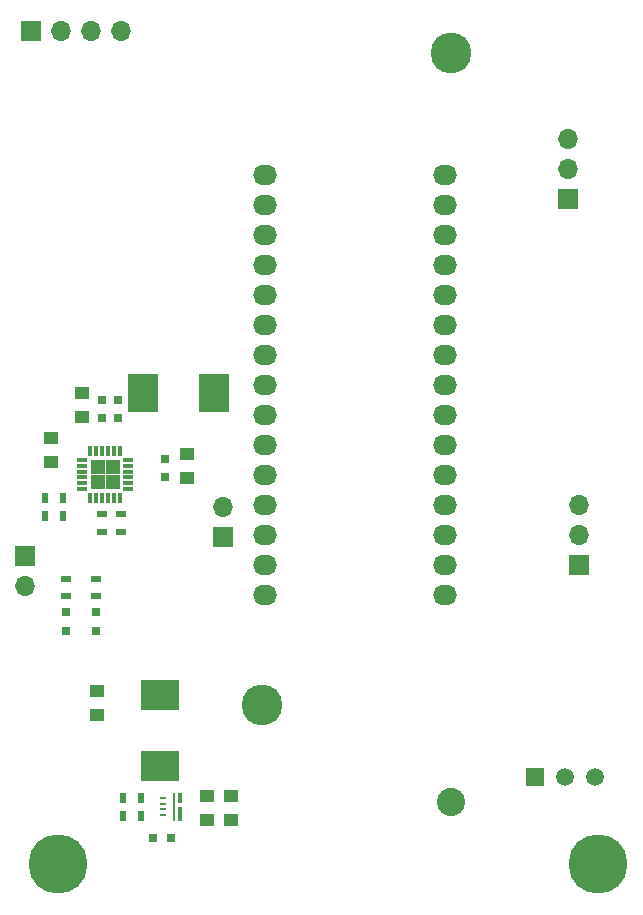
<source format=gbr>
G04 #@! TF.FileFunction,Soldermask,Top*
%FSLAX46Y46*%
G04 Gerber Fmt 4.6, Leading zero omitted, Abs format (unit mm)*
G04 Created by KiCad (PCBNEW 4.0.6) date 04/05/18 00:59:02*
%MOMM*%
%LPD*%
G01*
G04 APERTURE LIST*
%ADD10C,0.100000*%
%ADD11C,5.000000*%
%ADD12C,2.390000*%
%ADD13C,3.450000*%
%ADD14O,2.032000X1.727200*%
%ADD15R,1.250000X1.000000*%
%ADD16R,0.750000X0.800000*%
%ADD17R,0.800000X0.750000*%
%ADD18R,0.800000X0.800000*%
%ADD19R,1.700000X1.700000*%
%ADD20O,1.700000X1.700000*%
%ADD21R,2.500000X3.250000*%
%ADD22R,3.250000X2.500000*%
%ADD23R,0.900000X0.500000*%
%ADD24R,0.500000X0.900000*%
%ADD25C,1.520000*%
%ADD26R,1.520000X1.520000*%
%ADD27R,0.850000X0.300000*%
%ADD28R,0.300000X0.850000*%
%ADD29R,1.300000X1.300000*%
%ADD30R,0.600000X0.250000*%
%ADD31R,0.300000X1.200000*%
%ADD32R,0.250000X2.400000*%
%ADD33R,0.300000X0.900000*%
G04 APERTURE END LIST*
D10*
D11*
X167640000Y-129540000D03*
D12*
X155193000Y-124339000D03*
D13*
X155193000Y-60919000D03*
X139193000Y-116119000D03*
D14*
X139446000Y-71247000D03*
X139446000Y-73787000D03*
X139446000Y-76327000D03*
X139446000Y-78867000D03*
X139446000Y-81407000D03*
X139446000Y-83947000D03*
X139446000Y-86487000D03*
X139446000Y-89027000D03*
X139446000Y-91567000D03*
X139446000Y-94107000D03*
X139446000Y-96647000D03*
X139446000Y-99187000D03*
X139446000Y-101727000D03*
X139446000Y-104267000D03*
X139446000Y-106807000D03*
X154686000Y-71247000D03*
X154686000Y-73787000D03*
X154686000Y-76327000D03*
X154686000Y-78867000D03*
X154686000Y-81407000D03*
X154686000Y-83947000D03*
X154686000Y-86487000D03*
X154686000Y-89027000D03*
X154686000Y-91567000D03*
X154686000Y-94107000D03*
X154686000Y-96647000D03*
X154686000Y-99187000D03*
X154686000Y-101727000D03*
X154686000Y-104267000D03*
X154686000Y-106807000D03*
D15*
X121285000Y-95504000D03*
X121285000Y-93504000D03*
X123952000Y-89694000D03*
X123952000Y-91694000D03*
D16*
X127000000Y-91797000D03*
X127000000Y-90297000D03*
X125603000Y-91821000D03*
X125603000Y-90321000D03*
D15*
X132842000Y-94885000D03*
X132842000Y-96885000D03*
D16*
X130937000Y-96762000D03*
X130937000Y-95262000D03*
D15*
X125222000Y-114935000D03*
X125222000Y-116935000D03*
D17*
X129933000Y-127381000D03*
X131433000Y-127381000D03*
D15*
X136525000Y-125825000D03*
X136525000Y-123825000D03*
X134493000Y-125825000D03*
X134493000Y-123825000D03*
D18*
X125095000Y-109855000D03*
X125095000Y-108255000D03*
X122555000Y-109855000D03*
X122555000Y-108255000D03*
D19*
X119126000Y-103505000D03*
D20*
X119126000Y-106045000D03*
D19*
X119634000Y-59055000D03*
D20*
X122174000Y-59055000D03*
X124714000Y-59055000D03*
X127254000Y-59055000D03*
D19*
X165100000Y-73279000D03*
D20*
X165100000Y-70739000D03*
X165100000Y-68199000D03*
D21*
X135080000Y-89662000D03*
X129080000Y-89662000D03*
D22*
X130556000Y-121237000D03*
X130556000Y-115237000D03*
D23*
X125095000Y-105410000D03*
X125095000Y-106910000D03*
X122555000Y-105410000D03*
X122555000Y-106910000D03*
X125603000Y-99973000D03*
X125603000Y-101473000D03*
X127254000Y-101449000D03*
X127254000Y-99949000D03*
D24*
X127405000Y-125476000D03*
X128905000Y-125476000D03*
X128881000Y-123952000D03*
X127381000Y-123952000D03*
X122277000Y-98552000D03*
X120777000Y-98552000D03*
X122277000Y-100076000D03*
X120777000Y-100076000D03*
D19*
X135890000Y-101854000D03*
D20*
X135890000Y-99314000D03*
D25*
X164846000Y-122174000D03*
X167386000Y-122174000D03*
D26*
X162306000Y-122174000D03*
D27*
X123934714Y-95343000D03*
X123934714Y-95843000D03*
X123934714Y-96343000D03*
X123934714Y-96843000D03*
X123934714Y-97343000D03*
X123934714Y-97843000D03*
D28*
X124634714Y-98543000D03*
X125134714Y-98543000D03*
X125634714Y-98543000D03*
X126134714Y-98543000D03*
X126634714Y-98543000D03*
X127134714Y-98543000D03*
D27*
X127834714Y-97843000D03*
X127834714Y-97343000D03*
X127834714Y-96843000D03*
X127834714Y-96343000D03*
X127834714Y-95843000D03*
X127834714Y-95343000D03*
D28*
X127134714Y-94643000D03*
X126634714Y-94643000D03*
X126134714Y-94643000D03*
X125634714Y-94643000D03*
X125134714Y-94643000D03*
X124634714Y-94643000D03*
D29*
X126534714Y-97243000D03*
X126534714Y-95943000D03*
X125234714Y-97243000D03*
X125234714Y-95943000D03*
D30*
X130784000Y-123952000D03*
D31*
X132224000Y-125302000D03*
D30*
X130784000Y-124952000D03*
X130784000Y-124452000D03*
X130784000Y-125452000D03*
D32*
X131699000Y-124702000D03*
D33*
X132224000Y-123952000D03*
D11*
X121920000Y-129540000D03*
D19*
X165989000Y-104267000D03*
D20*
X165989000Y-101727000D03*
X165989000Y-99187000D03*
M02*

</source>
